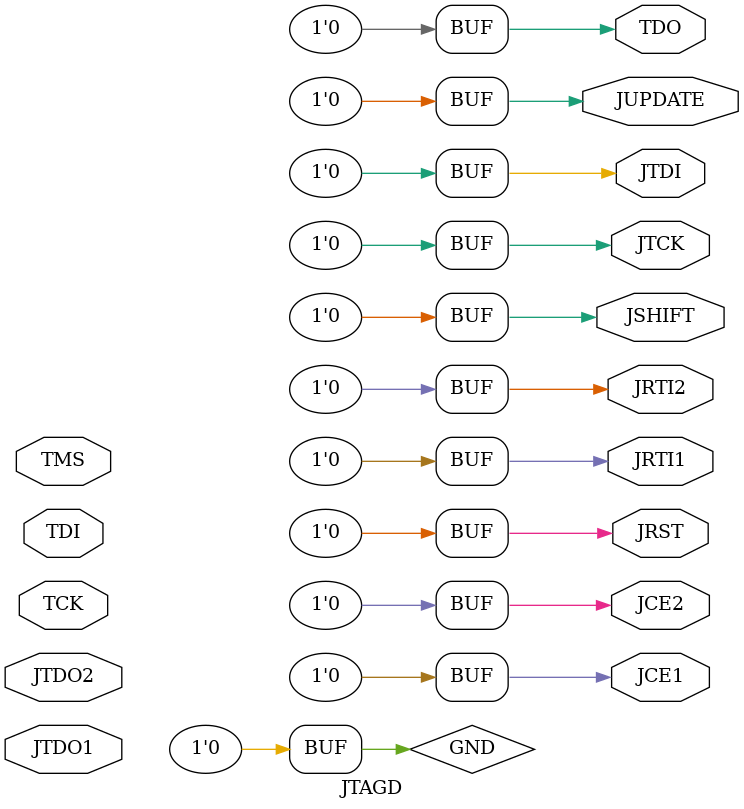
<source format=v>
`resetall
`timescale 1 ns / 1 ps

`celldefine

module JTAGD (TCK, TMS, TDI, JTDO1, JTDO2, 
              TDO, JTCK, JTDI, JSHIFT, JUPDATE, JRST,
              JCE1, JCE2, JRTI1, JRTI2);

 input   TCK, TMS, TDI, JTDO1, JTDO2;

 output  TDO, JTCK, JTDI, JSHIFT, JUPDATE, JRST;
 output  JCE1, JCE2, JRTI1, JRTI2;

 parameter ER1 = "ENABLED";
 parameter ER2 = "ENABLED";

 initial
    $display ("Warning! Empty model is being used for block \"JTAGD\", for the full functional model please use either the encrypted or the pre-compiled models.");

 supply0 GND;
 buf (TDO, GND);
 buf (JTCK, GND);
 buf (JTDI, GND);
 buf (JSHIFT, GND);
 buf (JUPDATE, GND);
 buf (JRST, GND);
 buf (JCE1, GND);
 buf (JCE2, GND);
 buf (JRTI1, GND);
 buf (JRTI2, GND);

endmodule

`endcelldefine

</source>
